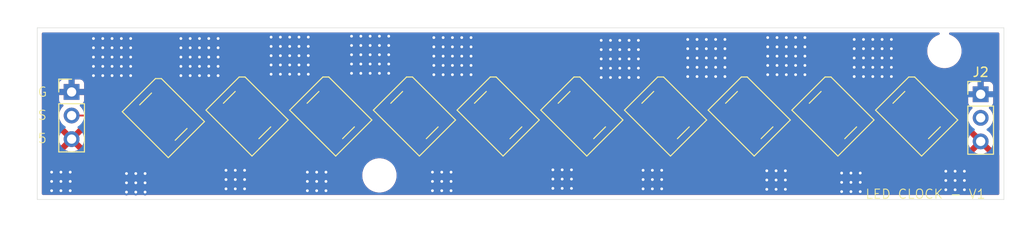
<source format=kicad_pcb>
(kicad_pcb (version 20241229) (generator "pcbnew") (generator_version "9.0")
  (layers (0 "F.Cu" signal) (2 "B.Cu" signal) (13 "F.Paste" user) (15 "B.Paste" user) (5 "F.SilkS" user "F.Silkscreen") (7 "B.SilkS" user "B.Silkscreen") (1 "F.Mask" user) (3 "B.Mask" user) (25 "Edge.Cuts" user))
  (net 0 "")
  (net 1 "Net-(D1-DIN)")
  (net 2 "Net-(D1-DOUT)")
  (net 3 "Net-(D2-DOUT)")
  (net 4 "Net-(D3-DOUT)")
  (net 5 "Net-(D4-DOUT)")
  (net 6 "Net-(D5-DOUT)")
  (net 7 "Net-(D6-DOUT)")
  (net 8 "Net-(D7-DOUT)")
  (net 9 "Net-(D8-DOUT)")
  (net 10 "Net-(D10-DIN)")
  (net 11 "GND")
  (net 12 "+5V")
  (net 13 "Net-(D10-DOUT)")
  (footprint "LED_SMD:LED_WS2812B_PLCC4_5.0x5.0mm_P3.2mm" (layer "F.Cu") (at 174.565686 97.399139 135)
    (property "Reference" "D9" (hide yes))
    (property "Value" "WS2812B" (hide yes))
    (fp_line (start 2.7 0.900001) (end 2.700001 -0.9) (stroke (width 0.12)) (layer "F.SilkS"))
    (fp_line (start 3.5 2.300001) (end 3.5 -2.75) (stroke (width 0.12)) (layer "F.SilkS"))
    (fp_line (start 3.05 2.75) (end 3.5 2.300001) (stroke (width 0.12)) (layer "F.SilkS"))
    (fp_line (start -3.5 -2.749999) (end 3.5 -2.75) (stroke (width 0.12)) (layer "F.SilkS"))
    (fp_line (start -3.5 -2.749999) (end -3.5 2.75) (stroke (width 0.12)) (layer "F.SilkS"))
    (fp_line (start -2.700001 0.9) (end -2.7 -0.900001) (stroke (width 0.12)) (layer "F.SilkS"))
    (fp_line (start -3.5 2.75) (end 3.05 2.75) (stroke (width 0.12)) (layer "F.SilkS"))
    (pad "1" smd roundrect (at -2.450001 -1.65 135) (size 1.5 0.9) (layers "F.Cu" "F.Mask" "F.Paste") (roundrect_rratio 0.1) (net 12 "+5V"))
    (pad "2" smd roundrect (at -2.45 1.65 135) (size 1.5 0.9) (layers "F.Cu" "F.Mask" "F.Paste") (roundrect_rratio 0.1) (net 10 "Net-(D10-DIN)"))
    (pad "3" smd roundrect (at 2.450001 1.65 135) (size 1.5 0.9) (layers "F.Cu" "F.Mask" "F.Paste") (roundrect_rratio 0.1) (net 11 "GND"))
    (pad "4" smd roundrect (at 2.45 -1.65 135) (size 1.5 0.9) (layers "F.Cu" "F.Mask" "F.Paste") (roundrect_rratio 0.1) (net 9 "Net-(D8-DOUT)"))
  )
  (footprint "LED_SMD:LED_WS2812B_PLCC4_5.0x5.0mm_P3.2mm" (layer "F.Cu") (at 111.565686 97.399139 135)
    (property "Reference" "D2" (hide yes))
    (property "Value" "WS2812B" (hide yes))
    (fp_line (start 2.7 0.900001) (end 2.700001 -0.9) (stroke (width 0.12)) (layer "F.SilkS"))
    (fp_line (start 3.5 2.300001) (end 3.5 -2.75) (stroke (width 0.12)) (layer "F.SilkS"))
    (fp_line (start 3.05 2.75) (end 3.5 2.300001) (stroke (width 0.12)) (layer "F.SilkS"))
    (fp_line (start -3.5 -2.749999) (end 3.5 -2.75) (stroke (width 0.12)) (layer "F.SilkS"))
    (fp_line (start -3.5 -2.749999) (end -3.5 2.75) (stroke (width 0.12)) (layer "F.SilkS"))
    (fp_line (start -2.700001 0.9) (end -2.7 -0.900001) (stroke (width 0.12)) (layer "F.SilkS"))
    (fp_line (start -3.5 2.75) (end 3.05 2.75) (stroke (width 0.12)) (layer "F.SilkS"))
    (pad "1" smd roundrect (at -2.450001 -1.65 135) (size 1.5 0.9) (layers "F.Cu" "F.Mask" "F.Paste") (roundrect_rratio 0.1) (net 12 "+5V"))
    (pad "2" smd roundrect (at -2.45 1.65 135) (size 1.5 0.9) (layers "F.Cu" "F.Mask" "F.Paste") (roundrect_rratio 0.1) (net 3 "Net-(D2-DOUT)"))
    (pad "3" smd roundrect (at 2.450001 1.65 135) (size 1.5 0.9) (layers "F.Cu" "F.Mask" "F.Paste") (roundrect_rratio 0.1) (net 11 "GND"))
    (pad "4" smd roundrect (at 2.45 -1.65 135) (size 1.5 0.9) (layers "F.Cu" "F.Mask" "F.Paste") (roundrect_rratio 0.1) (net 2 "Net-(D1-DOUT)"))
  )
  (footprint "LED_SMD:LED_WS2812B_PLCC4_5.0x5.0mm_P3.2mm" (layer "F.Cu") (at 120.565686 97.399139 135)
    (property "Reference" "D3" (hide yes))
    (property "Value" "WS2812B" (hide yes))
    (fp_line (start 2.7 0.900001) (end 2.700001 -0.9) (stroke (width 0.12)) (layer "F.SilkS"))
    (fp_line (start 3.5 2.300001) (end 3.5 -2.75) (stroke (width 0.12)) (layer "F.SilkS"))
    (fp_line (start 3.05 2.75) (end 3.5 2.300001) (stroke (width 0.12)) (layer "F.SilkS"))
    (fp_line (start -3.5 -2.749999) (end 3.5 -2.75) (stroke (width 0.12)) (layer "F.SilkS"))
    (fp_line (start -3.5 -2.749999) (end -3.5 2.75) (stroke (width 0.12)) (layer "F.SilkS"))
    (fp_line (start -2.700001 0.9) (end -2.7 -0.900001) (stroke (width 0.12)) (layer "F.SilkS"))
    (fp_line (start -3.5 2.75) (end 3.05 2.75) (stroke (width 0.12)) (layer "F.SilkS"))
    (pad "1" smd roundrect (at -2.450001 -1.65 135) (size 1.5 0.9) (layers "F.Cu" "F.Mask" "F.Paste") (roundrect_rratio 0.1) (net 12 "+5V"))
    (pad "2" smd roundrect (at -2.45 1.65 135) (size 1.5 0.9) (layers "F.Cu" "F.Mask" "F.Paste") (roundrect_rratio 0.1) (net 4 "Net-(D3-DOUT)"))
    (pad "3" smd roundrect (at 2.450001 1.65 135) (size 1.5 0.9) (layers "F.Cu" "F.Mask" "F.Paste") (roundrect_rratio 0.1) (net 11 "GND"))
    (pad "4" smd roundrect (at 2.45 -1.65 135) (size 1.5 0.9) (layers "F.Cu" "F.Mask" "F.Paste") (roundrect_rratio 0.1) (net 3 "Net-(D2-DOUT)"))
  )
  (footprint "Connector_PinHeader_2.54mm:PinHeader_1x03_P2.54mm_Vertical" (layer "F.Cu") (at 92.7 94.91)
    (property "Reference" "J1" (hide yes))
    (property "Value" "Conn_01x03" (hide yes))
    (fp_line (start -1.38 -1.38) (end 0 -1.38) (stroke (width 0.12)) (layer "F.SilkS"))
    (fp_line (start -1.38 0) (end -1.38 -1.38) (stroke (width 0.12)) (layer "F.SilkS"))
    (fp_line (start -1.38 1.27) (end -1.38 6.46) (stroke (width 0.12)) (layer "F.SilkS"))
    (fp_line (start -1.38 1.27) (end 1.38 1.27) (stroke (width 0.12)) (layer "F.SilkS"))
    (fp_line (start -1.38 6.46) (end 1.38 6.46) (stroke (width 0.12)) (layer "F.SilkS"))
    (fp_line (start 1.38 1.27) (end 1.38 6.46) (stroke (width 0.12)) (layer "F.SilkS"))
    (pad "1" thru_hole rect (at 0 0) (size 1.7 1.7) (drill 1) (layers "*.Cu" "*.Mask") (net 11 "GND"))
    (pad "2" thru_hole circle (at 0 2.54) (size 1.7 1.7) (drill 1) (layers "*.Cu" "*.Mask") (net 1 "Net-(D1-DIN)"))
    (pad "3" thru_hole circle (at 0 5.08) (size 1.7 1.7) (drill 1) (layers "*.Cu" "*.Mask") (net 12 "+5V"))
  )
  (footprint "MountingHole:MountingHole_3.2mm_M3" (layer "F.Cu") (at 186.55 90.5)
    (property "Reference" "H1" (hide yes))
    (property "Value" "MountingHole")
    (pad "" np_thru_hole circle (at 0 0) (size 3.2 3.2) (drill 3.2) (layers "*.Cu" "*.Mask"))
  )
  (footprint "LED_SMD:LED_WS2812B_PLCC4_5.0x5.0mm_P3.2mm" (layer "F.Cu") (at 129.565686 97.399139 135)
    (property "Reference" "D4" (hide yes))
    (property "Value" "WS2812B" (hide yes))
    (fp_line (start 2.7 0.900001) (end 2.700001 -0.9) (stroke (width 0.12)) (layer "F.SilkS"))
    (fp_line (start 3.5 2.300001) (end 3.5 -2.75) (stroke (width 0.12)) (layer "F.SilkS"))
    (fp_line (start 3.05 2.75) (end 3.5 2.300001) (stroke (width 0.12)) (layer "F.SilkS"))
    (fp_line (start -3.5 -2.749999) (end 3.5 -2.75) (stroke (width 0.12)) (layer "F.SilkS"))
    (fp_line (start -3.5 -2.749999) (end -3.5 2.75) (stroke (width 0.12)) (layer "F.SilkS"))
    (fp_line (start -2.700001 0.9) (end -2.7 -0.900001) (stroke (width 0.12)) (layer "F.SilkS"))
    (fp_line (start -3.5 2.75) (end 3.05 2.75) (stroke (width 0.12)) (layer "F.SilkS"))
    (pad "1" smd roundrect (at -2.450001 -1.65 135) (size 1.5 0.9) (layers "F.Cu" "F.Mask" "F.Paste") (roundrect_rratio 0.1) (net 12 "+5V"))
    (pad "2" smd roundrect (at -2.45 1.65 135) (size 1.5 0.9) (layers "F.Cu" "F.Mask" "F.Paste") (roundrect_rratio 0.1) (net 5 "Net-(D4-DOUT)"))
    (pad "3" smd roundrect (at 2.450001 1.65 135) (size 1.5 0.9) (layers "F.Cu" "F.Mask" "F.Paste") (roundrect_rratio 0.1) (net 11 "GND"))
    (pad "4" smd roundrect (at 2.45 -1.65 135) (size 1.5 0.9) (layers "F.Cu" "F.Mask" "F.Paste") (roundrect_rratio 0.1) (net 4 "Net-(D3-DOUT)"))
  )
  (footprint "LED_SMD:LED_WS2812B_PLCC4_5.0x5.0mm_P3.2mm" (layer "F.Cu") (at 147.565686 97.399139 135)
    (property "Reference" "D6" (hide yes))
    (property "Value" "WS2812B" (hide yes))
    (fp_line (start 2.7 0.900001) (end 2.700001 -0.9) (stroke (width 0.12)) (layer "F.SilkS"))
    (fp_line (start 3.5 2.300001) (end 3.5 -2.75) (stroke (width 0.12)) (layer "F.SilkS"))
    (fp_line (start 3.05 2.75) (end 3.5 2.300001) (stroke (width 0.12)) (layer "F.SilkS"))
    (fp_line (start -3.5 -2.749999) (end 3.5 -2.75) (stroke (width 0.12)) (layer "F.SilkS"))
    (fp_line (start -3.5 -2.749999) (end -3.5 2.75) (stroke (width 0.12)) (layer "F.SilkS"))
    (fp_line (start -2.700001 0.9) (end -2.7 -0.900001) (stroke (width 0.12)) (layer "F.SilkS"))
    (fp_line (start -3.5 2.75) (end 3.05 2.75) (stroke (width 0.12)) (layer "F.SilkS"))
    (pad "1" smd roundrect (at -2.450001 -1.65 135) (size 1.5 0.9) (layers "F.Cu" "F.Mask" "F.Paste") (roundrect_rratio 0.1) (net 12 "+5V"))
    (pad "2" smd roundrect (at -2.45 1.65 135) (size 1.5 0.9) (layers "F.Cu" "F.Mask" "F.Paste") (roundrect_rratio 0.1) (net 7 "Net-(D6-DOUT)"))
    (pad "3" smd roundrect (at 2.450001 1.65 135) (size 1.5 0.9) (layers "F.Cu" "F.Mask" "F.Paste") (roundrect_rratio 0.1) (net 11 "GND"))
    (pad "4" smd roundrect (at 2.45 -1.65 135) (size 1.5 0.9) (layers "F.Cu" "F.Mask" "F.Paste") (roundrect_rratio 0.1) (net 6 "Net-(D5-DOUT)"))
  )
  (footprint "LED_SMD:LED_WS2812B_PLCC4_5.0x5.0mm_P3.2mm" (layer "F.Cu") (at 102.565686 97.57 135)
    (property "Reference" "D1" (hide yes))
    (property "Value" "WS2812B" (hide yes))
    (fp_line (start 2.7 0.900001) (end 2.700001 -0.9) (stroke (width 0.12)) (layer "F.SilkS"))
    (fp_line (start 3.5 2.300001) (end 3.5 -2.75) (stroke (width 0.12)) (layer "F.SilkS"))
    (fp_line (start 3.05 2.75) (end 3.5 2.300001) (stroke (width 0.12)) (layer "F.SilkS"))
    (fp_line (start -3.5 -2.749999) (end 3.5 -2.75) (stroke (width 0.12)) (layer "F.SilkS"))
    (fp_line (start -3.5 -2.749999) (end -3.5 2.75) (stroke (width 0.12)) (layer "F.SilkS"))
    (fp_line (start -2.700001 0.9) (end -2.7 -0.900001) (stroke (width 0.12)) (layer "F.SilkS"))
    (fp_line (start -3.5 2.75) (end 3.05 2.75) (stroke (width 0.12)) (layer "F.SilkS"))
    (pad "1" smd roundrect (at -2.450001 -1.65 135) (size 1.5 0.9) (layers "F.Cu" "F.Mask" "F.Paste") (roundrect_rratio 0.1) (net 12 "+5V"))
    (pad "2" smd roundrect (at -2.45 1.65 135) (size 1.5 0.9) (layers "F.Cu" "F.Mask" "F.Paste") (roundrect_rratio 0.1) (net 2 "Net-(D1-DOUT)"))
    (pad "3" smd roundrect (at 2.450001 1.65 135) (size 1.5 0.9) (layers "F.Cu" "F.Mask" "F.Paste") (roundrect_rratio 0.1) (net 11 "GND"))
    (pad "4" smd roundrect (at 2.45 -1.65 135) (size 1.5 0.9) (layers "F.Cu" "F.Mask" "F.Paste") (roundrect_rratio 0.1) (net 1 "Net-(D1-DIN)"))
  )
  (footprint "LED_SMD:LED_WS2812B_PLCC4_5.0x5.0mm_P3.2mm" (layer "F.Cu") (at 165.565686 97.399139 135)
    (property "Reference" "D8" (hide yes))
    (property "Value" "WS2812B" (hide yes))
    (fp_line (start 2.7 0.900001) (end 2.700001 -0.9) (stroke (width 0.12)) (layer "F.SilkS"))
    (fp_line (start 3.5 2.300001) (end 3.5 -2.75) (stroke (width 0.12)) (layer "F.SilkS"))
    (fp_line (start 3.05 2.75) (end 3.5 2.300001) (stroke (width 0.12)) (layer "F.SilkS"))
    (fp_line (start -3.5 -2.749999) (end 3.5 -2.75) (stroke (width 0.12)) (layer "F.SilkS"))
    (fp_line (start -3.5 -2.749999) (end -3.5 2.75) (stroke (width 0.12)) (layer "F.SilkS"))
    (fp_line (start -2.700001 0.9) (end -2.7 -0.900001) (stroke (width 0.12)) (layer "F.SilkS"))
    (fp_line (start -3.5 2.75) (end 3.05 2.75) (stroke (width 0.12)) (layer "F.SilkS"))
    (pad "1" smd roundrect (at -2.450001 -1.65 135) (size 1.5 0.9) (layers "F.Cu" "F.Mask" "F.Paste") (roundrect_rratio 0.1) (net 12 "+5V"))
    (pad "2" smd roundrect (at -2.45 1.65 135) (size 1.5 0.9) (layers "F.Cu" "F.Mask" "F.Paste") (roundrect_rratio 0.1) (net 9 "Net-(D8-DOUT)"))
    (pad "3" smd roundrect (at 2.450001 1.65 135) (size 1.5 0.9) (layers "F.Cu" "F.Mask" "F.Paste") (roundrect_rratio 0.1) (net 11 "GND"))
    (pad "4" smd roundrect (at 2.45 -1.65 135) (size 1.5 0.9) (layers "F.Cu" "F.Mask" "F.Paste") (roundrect_rratio 0.1) (net 8 "Net-(D7-DOUT)"))
  )
  (footprint "MountingHole:MountingHole_3.2mm_M3" (layer "F.Cu") (at 125.8 103.9)
    (property "Reference" "H2" (hide yes))
    (property "Value" "MountingHole")
    (pad "" np_thru_hole circle (at 0 0) (size 3.2 3.2) (drill 3.2) (layers "*.Cu" "*.Mask"))
  )
  (footprint "LED_SMD:LED_WS2812B_PLCC4_5.0x5.0mm_P3.2mm" (layer "F.Cu") (at 138.565686 97.399139 135)
    (property "Reference" "D5" (hide yes))
    (property "Value" "WS2812B" (hide yes))
    (fp_line (start 2.7 0.900001) (end 2.700001 -0.9) (stroke (width 0.12)) (layer "F.SilkS"))
    (fp_line (start 3.5 2.300001) (end 3.5 -2.75) (stroke (width 0.12)) (layer "F.SilkS"))
    (fp_line (start 3.05 2.75) (end 3.5 2.300001) (stroke (width 0.12)) (layer "F.SilkS"))
    (fp_line (start -3.5 -2.749999) (end 3.5 -2.75) (stroke (width 0.12)) (layer "F.SilkS"))
    (fp_line (start -3.5 -2.749999) (end -3.5 2.75) (stroke (width 0.12)) (layer "F.SilkS"))
    (fp_line (start -2.700001 0.9) (end -2.7 -0.900001) (stroke (width 0.12)) (layer "F.SilkS"))
    (fp_line (start -3.5 2.75) (end 3.05 2.75) (stroke (width 0.12)) (layer "F.SilkS"))
    (pad "1" smd roundrect (at -2.450001 -1.65 135) (size 1.5 0.9) (layers "F.Cu" "F.Mask" "F.Paste") (roundrect_rratio 0.1) (net 12 "+5V"))
    (pad "2" smd roundrect (at -2.45 1.65 135) (size 1.5 0.9) (layers "F.Cu" "F.Mask" "F.Paste") (roundrect_rratio 0.1) (net 6 "Net-(D5-DOUT)"))
    (pad "3" smd roundrect (at 2.450001 1.65 135) (size 1.5 0.9) (layers "F.Cu" "F.Mask" "F.Paste") (roundrect_rratio 0.1) (net 11 "GND"))
    (pad "4" smd roundrect (at 2.45 -1.65 135) (size 1.5 0.9) (layers "F.Cu" "F.Mask" "F.Paste") (roundrect_rratio 0.1) (net 5 "Net-(D4-DOUT)"))
  )
  (footprint "LED_SMD:LED_WS2812B_PLCC4_5.0x5.0mm_P3.2mm" (layer "F.Cu") (at 156.565686 97.399139 135)
    (property "Reference" "D7" (hide yes))
    (property "Value" "WS2812B" (hide yes))
    (fp_line (start 2.7 0.900001) (end 2.700001 -0.9) (stroke (width 0.12)) (layer "F.SilkS"))
    (fp_line (start 3.5 2.300001) (end 3.5 -2.75) (stroke (width 0.12)) (layer "F.SilkS"))
    (fp_line (start 3.05 2.75) (end 3.5 2.300001) (stroke (width 0.12)) (layer "F.SilkS"))
    (fp_line (start -3.5 -2.749999) (end 3.5 -2.75) (stroke (width 0.12)) (layer "F.SilkS"))
    (fp_line (start -3.5 -2.749999) (end -3.5 2.75) (stroke (width 0.12)) (layer "F.SilkS"))
    (fp_line (start -2.700001 0.9) (end -2.7 -0.900001) (stroke (width 0.12)) (layer "F.SilkS"))
    (fp_line (start -3.5 2.75) (end 3.05 2.75) (stroke (width 0.12)) (layer "F.SilkS"))
    (pad "1" smd roundrect (at -2.450001 -1.65 135) (size 1.5 0.9) (layers "F.Cu" "F.Mask" "F.Paste") (roundrect_rratio 0.1) (net 12 "+5V"))
    (pad "2" smd roundrect (at -2.45 1.65 135) (size 1.5 0.9) (layers "F.Cu" "F.Mask" "F.Paste") (roundrect_rratio 0.1) (net 8 "Net-(D7-DOUT)"))
    (pad "3" smd roundrect (at 2.450001 1.65 135) (size 1.5 0.9) (layers "F.Cu" "F.Mask" "F.Paste") (roundrect_rratio 0.1) (net 11 "GND"))
    (pad "4" smd roundrect (at 2.45 -1.65 135) (size 1.5 0.9) (layers "F.Cu" "F.Mask" "F.Paste") (roundrect_rratio 0.1) (net 7 "Net-(D6-DOUT)"))
  )
  (footprint "LED_SMD:LED_WS2812B_PLCC4_5.0x5.0mm_P3.2mm" (layer "F.Cu") (at 183.565686 97.399139 135)
    (property "Reference" "D10" (hide yes))
    (property "Value" "WS2812B" (hide yes))
    (fp_line (start 2.7 0.900001) (end 2.700001 -0.9) (stroke (width 0.12)) (layer "F.SilkS"))
    (fp_line (start 3.5 2.300001) (end 3.5 -2.75) (stroke (width 0.12)) (layer "F.SilkS"))
    (fp_line (start 3.05 2.75) (end 3.5 2.300001) (stroke (width 0.12)) (layer "F.SilkS"))
    (fp_line (start -3.5 -2.749999) (end 3.5 -2.75) (stroke (width 0.12)) (layer "F.SilkS"))
    (fp_line (start -3.5 -2.749999) (end -3.5 2.75) (stroke (width 0.12)) (layer "F.SilkS"))
    (fp_line (start -2.700001 0.9) (end -2.7 -0.900001) (stroke (width 0.12)) (layer "F.SilkS"))
    (fp_line (start -3.5 2.75) (end 3.05 2.75) (stroke (width 0.12)) (layer "F.SilkS"))
    (pad "1" smd roundrect (at -2.450001 -1.65 135) (size 1.5 0.9) (layers "F.Cu" "F.Mask" "F.Paste") (roundrect_rratio 0.1) (net 12 "+5V"))
    (pad "2" smd roundrect (at -2.45 1.65 135) (size 1.5 0.9) (layers "F.Cu" "F.Mask" "F.Paste") (roundrect_rratio 0.1) (net 13 "Net-(D10-DOUT)"))
    (pad "3" smd roundrect (at 2.450001 1.65 135) (size 1.5 0.9) (layers "F.Cu" "F.Mask" "F.Paste") (roundrect_rratio 0.1) (net 11 "GND"))
    (pad "4" smd roundrect (at 2.45 -1.65 135) (size 1.5 0.9) (layers "F.Cu" "F.Mask" "F.Paste") (roundrect_rratio 0.1) (net 10 "Net-(D10-DIN)"))
  )
  (footprint "Connector_PinHeader_2.54mm:PinHeader_1x03_P2.54mm_Vertical" (layer "F.Cu") (at 190.45 95.16)
    (property "Reference" "J2" (at 0 -2.38 0) (layer "F.SilkS"))
    (property "Value" "Conn_01x03")
    (fp_line (start -1.38 -1.38) (end 0 -1.38) (stroke (width 0.12)) (layer "F.SilkS"))
    (fp_line (start -1.38 0) (end -1.38 -1.38) (stroke (width 0.12)) (layer "F.SilkS"))
    (fp_line (start -1.38 1.27) (end -1.38 6.46) (stroke (width 0.12)) (layer "F.SilkS"))
    (fp_line (start -1.38 1.27) (end 1.38 1.27) (stroke (width 0.12)) (layer "F.SilkS"))
    (fp_line (start -1.38 6.46) (end 1.38 6.46) (stroke (width 0.12)) (layer "F.SilkS"))
    (fp_line (start 1.38 1.27) (end 1.38 6.46) (stroke (width 0.12)) (layer "F.SilkS"))
    (pad "1" thru_hole rect (at 0 0) (size 1.7 1.7) (drill 1) (layers "*.Cu" "*.Mask") (net 11 "GND"))
    (pad "2" thru_hole circle (at 0 2.54) (size 1.7 1.7) (drill 1) (layers "*.Cu" "*.Mask") (net 13 "Net-(D10-DOUT)"))
    (pad "3" thru_hole circle (at 0 5.08) (size 1.7 1.7) (drill 1) (layers "*.Cu" "*.Mask") (net 12 "+5V"))
  )
  (gr_line (start 89 106.5) (end 192.95 106.5) (stroke (width 0.05)) (layer "Edge.Cuts"))
  (gr_line (start 192.95 88) (end 89 88) (stroke (width 0.05)) (layer "Edge.Cuts"))
  (gr_line (start 192.95 106.5) (end 192.95 88) (stroke (width 0.05)) (layer "Edge.Cuts"))
  (gr_line (start 89 88) (end 89 106.5) (stroke (width 0.05)) (layer "Edge.Cuts"))
  (gr_text "S" (at 89 98 0) (layer "F.SilkS") (effects (font (size 1 1) (thickness 0.1)) (justify left bottom)))
  (gr_text "LED CLOCK - V1" (at 178 106.5 0) (layer "F.SilkS") (effects (font (size 1 1) (thickness 0.1)) (justify left bottom)))
  (gr_text "5" (at 89 100.5 0) (layer "F.SilkS") (effects (font (size 1 1) (thickness 0.1)) (justify left bottom)))
  (gr_text "G" (at 89 95.5 0) (layer "F.SilkS") (effects (font (size 1 1) (thickness 0.1)) (justify left bottom)))
  (segment (start 92.7 97.45) (end 99.220863 97.45) (width 0.2) (layer "F.Cu") (net 1))
  (segment (start 99.220863 97.45) (end 99.666548 97.004315) (width 0.2) (layer "F.Cu") (net 1))
  (segment (start 107.364317 98.135685) (end 108.666548 96.833454) (width 0.2) (layer "F.Cu") (net 2))
  (segment (start 105.464824 98.135685) (end 107.364317 98.135685) (width 0.2) (layer "F.Cu") (net 2))
  (segment (start 116.535178 97.964824) (end 117.666548 96.833454) (width 0.2) (layer "F.Cu") (net 3))
  (segment (start 114.464824 97.964824) (end 116.535178 97.964824) (width 0.2) (layer "F.Cu") (net 3))
  (segment (start 123.464824 97.964824) (end 125.535178 97.964824) (width 0.2) (layer "F.Cu") (net 4))
  (segment (start 125.535178 97.964824) (end 126.666548 96.833454) (width 0.2) (layer "F.Cu") (net 4))
  (segment (start 132.464824 97.964824) (end 134.535178 97.964824) (width 0.2) (layer "F.Cu") (net 5))
  (segment (start 134.535178 97.964824) (end 135.666548 96.833454) (width 0.2) (layer "F.Cu") (net 5))
  (segment (start 141.464824 97.964824) (end 143.535178 97.964824) (width 0.2) (layer "F.Cu") (net 6))
  (segment (start 143.535178 97.964824) (end 144.666548 96.833454) (width 0.2) (layer "F.Cu") (net 6))
  (segment (start 150.464824 97.964824) (end 152.535178 97.964824) (width 0.2) (layer "F.Cu") (net 7))
  (segment (start 152.535178 97.964824) (end 153.666548 96.833454) (width 0.2) (layer "F.Cu") (net 7))
  (segment (start 161.535178 97.964824) (end 162.666548 96.833454) (width 0.2) (layer "F.Cu") (net 8))
  (segment (start 159.464824 97.964824) (end 161.535178 97.964824) (width 0.2) (layer "F.Cu") (net 8))
  (segment (start 168.464824 97.964824) (end 170.535178 97.964824) (width 0.2) (layer "F.Cu") (net 9))
  (segment (start 170.535178 97.964824) (end 171.666548 96.833454) (width 0.2) (layer "F.Cu") (net 9))
  (segment (start 179.535178 97.964824) (end 180.666548 96.833454) (width 0.2) (layer "F.Cu") (net 10))
  (segment (start 177.464824 97.964824) (end 179.535178 97.964824) (width 0.2) (layer "F.Cu") (net 10))
  (segment (start 93 95) (end 93.329139 94.670861) (width 0.2) (layer "F.Cu") (net 11))
  (segment (start 92.91 94.91) (end 93 95) (width 0.2) (layer "F.Cu") (net 11))
  (segment (start 92.7 94.91) (end 92.91 94.91) (width 0.2) (layer "F.Cu") (net 11))
  (via (at 177.5 103.65) (size 0.7) (drill 0.3) (layers "F.Cu" "B.Cu") (net 11))
  (via (at 97.05 92.15) (size 0.7) (drill 0.3) (layers "F.Cu" "B.Cu") (net 11))
  (via (at 106.45 91.15) (size 0.7) (drill 0.3) (layers "F.Cu" "B.Cu") (net 11))
  (via (at 99.05 93.15) (size 0.7) (drill 0.3) (layers "F.Cu" "B.Cu") (net 11))
  (via (at 99.6 105.7) (size 0.7) (drill 0.3) (layers "F.Cu" "B.Cu") (net 11))
  (via (at 153.644349 90.35) (size 0.7) (drill 0.3) (layers "F.Cu" "B.Cu") (net 11))
  (via (at 111.3 103.35) (size 0.7) (drill 0.3) (layers "F.Cu" "B.Cu") (net 11))
  (via (at 109.3 104.35) (size 0.7) (drill 0.3) (layers "F.Cu" "B.Cu") (net 11))
  (via (at 106.45 92.15) (size 0.7) (drill 0.3) (layers "F.Cu" "B.Cu") (net 11))
  (via (at 99.05 89.15) (size 0.7) (drill 0.3) (layers "F.Cu" "B.Cu") (net 11))
  (via (at 134.65 89.05) (size 0.7) (drill 0.3) (layers "F.Cu" "B.Cu") (net 11))
  (via (at 117.15 91) (size 0.7) (drill 0.3) (layers "F.Cu" "B.Cu") (net 11))
  (via (at 150.644349 93.35) (size 0.7) (drill 0.3) (layers "F.Cu" "B.Cu") (net 11))
  (via (at 169.45 104.4) (size 0.7) (drill 0.3) (layers "F.Cu" "B.Cu") (net 11))
  (via (at 134.65 90.05) (size 0.7) (drill 0.3) (layers "F.Cu" "B.Cu") (net 11))
  (via (at 96.05 90.15) (size 0.7) (drill 0.3) (layers "F.Cu" "B.Cu") (net 11))
  (via (at 149.644349 91.35) (size 0.7) (drill 0.3) (layers "F.Cu" "B.Cu") (net 11))
  (via (at 132.65 92.05) (size 0.7) (drill 0.3) (layers "F.Cu" "B.Cu") (net 11))
  (via (at 135.65 89.05) (size 0.7) (drill 0.3) (layers "F.Cu" "B.Cu") (net 11))
  (via (at 99.05 90.15) (size 0.7) (drill 0.3) (layers "F.Cu" "B.Cu") (net 11))
  (via (at 177.85 93.25) (size 0.7) (drill 0.3) (layers "F.Cu" "B.Cu") (net 11))
  (via (at 176.85 90.25) (size 0.7) (drill 0.3) (layers "F.Cu" "B.Cu") (net 11))
  (via (at 108.45 91.15) (size 0.7) (drill 0.3) (layers "F.Cu" "B.Cu") (net 11))
  (via (at 156.15 105.35) (size 0.7) (drill 0.3) (layers "F.Cu" "B.Cu") (net 11))
  (via (at 98.05 93.15) (size 0.7) (drill 0.3) (layers "F.Cu" "B.Cu") (net 11))
  (via (at 152.644349 90.35) (size 0.7) (drill 0.3) (layers "F.Cu" "B.Cu") (net 11))
  (via (at 119.05 104.55) (size 0.7) (drill 0.3) (layers "F.Cu" "B.Cu") (net 11))
  (via (at 117.15 89) (size 0.7) (drill 0.3) (layers "F.Cu" "B.Cu") (net 11))
  (via (at 91.55 103.55) (size 0.7) (drill 0.3) (layers "F.Cu" "B.Cu") (net 11))
  (via (at 179.85 91.25) (size 0.7) (drill 0.3) (layers "F.Cu" "B.Cu") (net 11))
  (via (at 162.95 93.25) (size 0.7) (drill 0.3) (layers "F.Cu" "B.Cu") (net 11))
  (via (at 150.644349 89.35) (size 0.7) (drill 0.3) (layers "F.Cu" "B.Cu") (net 11))
  (via (at 156.15 104.35) (size 0.7) (drill 0.3) (layers "F.Cu" "B.Cu") (net 11))
  (via (at 177.5 104.65) (size 0.7) (drill 0.3) (layers "F.Cu" "B.Cu") (net 11))
  (via (at 96.05 89.15) (size 0.7) (drill 0.3) (layers "F.Cu" "B.Cu") (net 11))
  (via (at 170.55 89.05) (size 0.7) (drill 0.3) (layers "F.Cu" "B.Cu") (net 11))
  (via (at 132.5 103.55) (size 0.7) (drill 0.3) (layers "F.Cu" "B.Cu") (net 11))
  (via (at 144.45 104.3) (size 0.7) (drill 0.3) (layers "F.Cu" "B.Cu") (net 11))
  (via (at 180.85 92.25) (size 0.7) (drill 0.3) (layers "F.Cu" "B.Cu") (net 11))
  (via (at 176.85 89.25) (size 0.7) (drill 0.3) (layers "F.Cu" "B.Cu") (net 11))
  (via (at 132.65 89.05) (size 0.7) (drill 0.3) (layers "F.Cu" "B.Cu") (net 11))
  (via (at 161.95 93.25) (size 0.7) (drill 0.3) (layers "F.Cu" "B.Cu") (net 11))
  (via (at 109.3 105.35) (size 0.7) (drill 0.3) (layers "F.Cu" "B.Cu") (net 11))
  (via (at 110.3 104.35) (size 0.7) (drill 0.3) (layers "F.Cu" "B.Cu") (net 11))
  (via (at 179.85 93.25) (size 0.7) (drill 0.3) (layers "F.Cu" "B.Cu") (net 11))
  (via (at 105.45 92.15) (size 0.7) (drill 0.3) (layers "F.Cu" "B.Cu") (net 11))
  (via (at 186.7 103.45) (size 0.7) (drill 0.3) (layers "F.Cu" "B.Cu") (net 11))
  (via (at 124.8 91.9) (size 0.7) (drill 0.3) (layers "F.Cu" "B.Cu") (net 11))
  (via (at 167.45 105.4) (size 0.7) (drill 0.3) (layers "F.Cu" "B.Cu") (net 11))
  (via (at 151.644349 90.35) (size 0.7) (drill 0.3) (layers "F.Cu" "B.Cu") (net 11))
  (via (at 104.45 89.15) (size 0.7) (drill 0.3) (layers "F.Cu" "B.Cu") (net 11))
  (via (at 131.65 92.05) (size 0.7) (drill 0.3) (layers "F.Cu" "B.Cu") (net 11))
  (via (at 91.55 105.55) (size 0.7) (drill 0.3) (layers "F.Cu" "B.Cu") (net 11))
  (via (at 100.6 103.7) (size 0.7) (drill 0.3) (layers "F.Cu" "B.Cu") (net 11))
  (via (at 187.7 105.45) (size 0.7) (drill 0.3) (layers "F.Cu" "B.Cu") (net 11))
  (via (at 105.45 91.15) (size 0.7) (drill 0.3) (layers "F.Cu" "B.Cu") (net 11))
  (via (at 122.8 92.9) (size 0.7) (drill 0.3) (layers "F.Cu" "B.Cu") (net 11))
  (via (at 96.05 91.15) (size 0.7) (drill 0.3) (layers "F.Cu" "B.Cu") (net 11))
  (via (at 123.8 90.9) (size 0.7) (drill 0.3) (layers "F.Cu" "B.Cu") (net 11))
  (via (at 152.644349 89.35) (size 0.7) (drill 0.3) (layers "F.Cu" "B.Cu") (net 11))
  (via (at 178.85 90.25) (size 0.7) (drill 0.3) (layers "F.Cu" "B.Cu") (net 11))
  (via (at 171.55 92.05) (size 0.7) (drill 0.3) (layers "F.Cu" "B.Cu") (net 11))
  (via (at 117.15 93) (size 0.7) (drill 0.3) (layers "F.Cu" "B.Cu") (net 11))
  (via (at 149.644349 93.35) (size 0.7) (drill 0.3) (layers "F.Cu" "B.Cu") (net 11))
  (via (at 162.95 92.25) (size 0.7) (drill 0.3) (layers "F.Cu" "B.Cu") (net 11))
  (via (at 98.05 89.15) (size 0.7) (drill 0.3) (layers "F.Cu" "B.Cu") (net 11))
  (via (at 176.85 91.25) (size 0.7) (drill 0.3) (layers "F.Cu" "B.Cu") (net 11))
  (via (at 179.85 92.25) (size 0.7) (drill 0.3) (layers "F.Cu" "B.Cu") (net 11))
  (via (at 115.15 90) (size 0.7) (drill 0.3) (layers "F.Cu" "B.Cu") (net 11))
  (via (at 118.15 89) (size 0.7) (drill 0.3) (layers "F.Cu" "B.Cu") (net 11))
  (via (at 161.95 92.25) (size 0.7) (drill 0.3) (layers "F.Cu" "B.Cu") (net 11))
  (via (at 132.5 104.55) (size 0.7) (drill 0.3) (layers "F.Cu" "B.Cu") (net 11))
  (via (at 125.8 90.9) (size 0.7) (drill 0.3) (layers "F.Cu" "B.Cu") (net 11))
  (via (at 125.8 91.9) (size 0.7) (drill 0.3) (layers "F.Cu" "B.Cu") (net 11))
  (via (at 154.15 103.35) (size 0.7) (drill 0.3) (layers "F.Cu" "B.Cu") (net 11))
  (via (at 118.15 91) (size 0.7) (drill 0.3) (layers "F.Cu" "B.Cu") (net 11))
  (via (at 119.05 105.55) (size 0.7) (drill 0.3) (layers "F.Cu" "B.Cu") (net 11))
  (via (at 144.45 105.3) (size 0.7) (drill 0.3) (layers "F.Cu" "B.Cu") (net 11))
  (via (at 98.05 92.15) (size 0.7) (drill 0.3) (layers "F.Cu" "B.Cu") (net 11))
  (via (at 167.45 104.4) (size 0.7) (drill 0.3) (layers "F.Cu" "B.Cu") (net 11))
  (via (at 180.85 93.25) (size 0.7) (drill 0.3) (layers "F.Cu" "B.Cu") (net 11))
  (via (at 131.65 91.05) (size 0.7) (drill 0.3) (layers "F.Cu" "B.Cu") (net 11))
  (via (at 132.5 105.55) (size 0.7) (drill 0.3) (layers "F.Cu" "B.Cu") (net 11))
  (via (at 108.45 92.15) (size 0.7) (drill 0.3) (layers "F.Cu" "B.Cu") (net 11))
  (via (at 90.55 105.55) (size 0.7) (drill 0.3) (layers "F.Cu" "B.Cu") (net 11))
  (via (at 150.644349 91.35) (size 0.7) (drill 0.3) (layers "F.Cu" "B.Cu") (net 11))
  (via (at 146.45 103.3) (size 0.7) (drill 0.3) (layers "F.Cu" "B.Cu") (net 11))
  (via (at 155.15 103.35) (size 0.7) (drill 0.3) (layers "F.Cu" "B.Cu") (net 11))
  (via (at 98.05 90.15) (size 0.7) (drill 0.3) (layers "F.Cu" "B.Cu") (net 11))
  (via (at 120.05 105.55) (size 0.7) (drill 0.3) (layers "F.Cu" "B.Cu") (net 11))
  (via (at 144.45 103.3) (size 0.7) (drill 0.3) (layers "F.Cu" "B.Cu") (net 11))
  (via (at 131.65 89.05) (size 0.7) (drill 0.3) (layers "F.Cu" "B.Cu") (net 11))
  (via (at 170.55 90.05) (size 0.7) (drill 0.3) (layers "F.Cu" "B.Cu") (net 11))
  (via (at 178.85 91.25) (size 0.7) (drill 0.3) (layers "F.Cu" "B.Cu") (net 11))
  (via (at 169.55 92.05) (size 0.7) (drill 0.3) (layers "F.Cu" "B.Cu") (net 11))
  (via (at 96.05 93.15) (size 0.7) (drill 0.3) (layers "F.Cu" "B.Cu") (net 11))
  (via (at 176.85 93.25) (size 0.7) (drill 0.3) (layers "F.Cu" "B.Cu") (net 11))
  (via (at 111.3 104.35) (size 0.7) (drill 0.3) (layers "F.Cu" "B.Cu") (net 11))
  (via (at 160.95 90.25) (size 0.7) (drill 0.3) (layers "F.Cu" "B.Cu") (net 11))
  (via (at 104.45 92.15) (size 0.7) (drill 0.3) (layers "F.Cu" "B.Cu") (net 11))
  (via (at 131.5 103.55) (size 0.7) (drill 0.3) (layers "F.Cu" "B.Cu") (net 11))
  (via (at 158.95 92.25) (size 0.7) (drill 0.3) (layers "F.Cu" "B.Cu") (net 11))
  (via (at 178.85 92.25) (size 0.7) (drill 0.3) (layers "F.Cu" "B.Cu") (net 11))
  (via (at 133.5 104.55) (size 0.7) (drill 0.3) (layers "F.Cu" "B.Cu") (net 11))
  (via (at 162.95 91.25) (size 0.7) (drill 0.3) (layers "F.Cu" "B.Cu") (net 11))
  (via (at 92.55 104.55) (size 0.7) (drill 0.3) (layers "F.Cu" "B.Cu") (net 11))
  (via (at 167.55 92.05) (size 0.7) (drill 0.3) (layers "F.Cu" "B.Cu") (net 11))
  (via (at 115.15 91) (size 0.7) (drill 0.3) (layers "F.Cu" "B.Cu") (net 11))
  (via (at 98.6 104.7) (size 0.7) (drill 0.3) (layers "F.Cu" "B.Cu") (net 11))
  (via (at 114.15 90) (size 0.7) (drill 0.3) (layers "F.Cu" "B.Cu") (net 11))
  (via (at 110.3 105.35) (size 0.7) (drill 0.3) (layers "F.Cu" "B.Cu") (net 11))
  (via (at 145.45 103.3) (size 0.7) (drill 0.3) (layers "F.Cu" "B.Cu") (net 11))
  (via (at 135.65 91.05) (size 0.7) (drill 0.3) (layers "F.Cu" "B.Cu") (net 11))
  (via (at 118.05 104.55) (size 0.7) (drill 0.3) (layers "F.Cu" "B.Cu") (net 11))
  (via (at 124.8 92.9) (size 0.7) (drill 0.3) (layers "F.Cu" "B.Cu") (net 11))
  (via (at 114.15 89) (size 0.7) (drill 0.3) (layers "F.Cu" "B.Cu") (net 11))
  (via (at 117.15 92) (size 0.7) (drill 0.3) (layers "F.Cu" "B.Cu") (net 11))
  (via (at 109.3 103.35) (size 0.7) (drill 0.3) (layers "F.Cu" "B.Cu") (net 11))
  (via (at 186.7 105.45) (size 0.7) (drill 0.3) (layers "F.Cu" "B.Cu") (net 11))
  (via (at 169.55 93.05) (size 0.7) (drill 0.3) (layers "F.Cu" "B.Cu") (net 11))
  (via (at 168.45 103.4) (size 0.7) (drill 0.3) (layers "F.Cu" "B.Cu") (net 11))
  (via (at 133.65 92.05) (size 0.7) (drill 0.3) (layers "F.Cu" "B.Cu") (net 11))
  (via (at 134.65 93.05) (size 0.7) (drill 0.3) (layers "F.Cu" "B.Cu") (net 11))
  (via (at 178.85 93.25) (size 0.7) (drill 0.3) (layers "F.Cu" "B.Cu") (net 11))
  (via (at 105.45 89.15) (size 0.7) (drill 0.3) (layers "F.Cu" "B.Cu") (net 11))
  (via (at 156.15 103.35) (size 0.7) (drill 0.3) (layers "F.Cu" "B.Cu") (net 11))
  (via (at 167.55 91.05) (size 0.7) (drill 0.3) (layers "F.Cu" "B.Cu") (net 11))
  (via (at 160.95 92.25) (size 0.7) (drill 0.3) (layers "F.Cu" "B.Cu") (net 11))
  (via (at 131.5 105.55) (size 0.7) (drill 0.3) (layers "F.Cu" "B.Cu") (net 11))
  (via (at 126.8 92.9) (size 0.7) (drill 0.3) (layers "F.Cu" "B.Cu") (net 11))
  (via (at 99.05 91.15) (size 0.7) (drill 0.3) (layers "F.Cu" "B.Cu") (net 11))
  (via (at 115.15 93) (size 0.7) (drill 0.3) (layers "F.Cu" "B.Cu") (net 11))
  (via (at 104.45 93.15) (size 0.7) (drill 0.3) (layers "F.Cu" "B.Cu") (net 11))
  (via (at 153.644349 92.35) (size 0.7) (drill 0.3) (layers "F.Cu" "B.Cu") (net 11))
  (via (at 171.55 93.05) (size 0.7) (drill 0.3) (layers "F.Cu" "B.Cu") (net 11))
  (via (at 171.55 89.05) (size 0.7) (drill 0.3) (layers "F.Cu" "B.Cu") (net 11))
  (via (at 107.45 89.15) (size 0.7) (drill 0.3) (layers "F.Cu" "B.Cu") (net 11))
  (via (at 151.644349 93.35) (size 0.7) (drill 0.3) (layers "F.Cu" "B.Cu") (net 11))
  (via (at 150.644349 90.35) (size 0.7) (drill 0.3) (layers "F.Cu" "B.Cu") (net 11))
  (via (at 95.05 93.15) (size 0.7) (drill 0.3) (layers "F.Cu" "B.Cu") (net 11))
  (via (at 116.15 93) (size 0.7) (drill 0.3) (layers "F.Cu" "B.Cu") (net 11))
  (via (at 100.6 105.7) (size 0.7) (drill 0.3) (layers "F.Cu" "B.Cu") (net 11))
  (via (at 114.15 92) (size 0.7) (drill 0.3) (layers "F.Cu" "B.Cu") (net 11))
  (via (at 177.85 89.25) (size 0.7) (drill 0.3) (layers "F.Cu" "B.Cu") (net 11))
  (via (at 107.45 93.15) (size 0.7) (drill 0.3) (layers "F.Cu" "B.Cu") (net 11))
  (via (at 160.95 91.25) (size 0.7) (drill 0.3) (layers "F.Cu" "B.Cu") (net 11))
  (via (at 152.644349 93.35) (size 0.7) (drill 0.3) (layers "F.Cu" "B.Cu") (net 11))
  (via (at 154.15 104.35) (size 0.7) (drill 0.3) (layers "F.Cu" "B.Cu") (net 11))
  (via (at 186.7 104.45) (size 0.7) (drill 0.3) (layers "F.Cu" "B.Cu") (net 11))
  (via (at 106.45 89.15) (size 0.7) (drill 0.3) (layers "F.Cu" "B.Cu") (net 11))
  (via (at 146.45 105.3) (size 0.7) (drill 0.3) (layers "F.Cu" "B.Cu") (net 11))
  (via (at 133.65 93.05) (size 0.7) (drill 0.3) (layers "F.Cu" "B.Cu") (net 11))
  (via (at 100.6 104.7) (size 0.7) (drill 0.3) (layers "F.Cu" "B.Cu") (net 11))
  (via (at 179.85 89.25) (size 0.7) (drill 0.3) (layers "F.Cu" "B.Cu") (net 11))
  (via (at 115.15 92) (size 0.7) (drill 0.3) (layers "F.Cu" "B.Cu") (net 11))
  (via (at 124.8 89.9) (size 0.7) (drill 0.3) (layers "F.Cu" "B.Cu") (net 11))
  (via (at 105.45 90.15) (size 0.7) (drill 0.3) (layers "F.Cu" "B.Cu") (net 11))
  (via (at 104.45 90.15) (size 0.7) (drill 0.3) (layers "F.Cu" "B.Cu") (net 11))
  (via (at 145.45 104.3) (size 0.7) (drill 0.3) (layers "F.Cu" "B.Cu") (net 11))
  (via (at 111.3 105.35) (size 0.7) (drill 0.3) (layers "F.Cu" "B.Cu") (net 11))
  (via (at 154.15 105.35) (size 0.7) (drill 0.3) (layers "F.Cu" "B.Cu") (net 11))
  (via (at 145.45 105.3) (size 0.7) (drill 0.3) (layers "F.Cu" "B.Cu") (net 11))
  (via (at 98.6 103.7) (size 0.7) (drill 0.3) (layers "F.Cu" "B.Cu") (net 11))
  (via (at 133.5 105.55) (size 0.7) (drill 0.3) (layers "F.Cu" "B.Cu") (net 11))
  (via (at 97.05 93.15) (size 0.7) (drill 0.3) (layers "F.Cu" "B.Cu") (net 11))
  (via (at 119.05 103.55) (size 0.7) (drill 0.3) (layers "F.Cu" "B.Cu") (net 11))
  (via (at 175.5 103.65) (size 0.7) (drill 0.3) (layers "F.Cu" "B.Cu") (net 11))
  (via (at 168.45 105.4) (size 0.7) (drill 0.3) (layers "F.Cu" "B.Cu") (net 11))
  (via (at 146.45 104.3) (size 0.7) (drill 0.3) (layers "F.Cu" "B.Cu") (net 11))
  (via (at 158.95 89.25) (size 0.7) (drill 0.3) (layers "F.Cu" "B.Cu") (net 11))
  (via (at 188.7 103.45) (size 0.7) (drill 0.3) (layers "F.Cu" "B.Cu") (net 11))
  (via (at 149.644349 90.35) (size 0.7) (drill 0.3) (layers "F.Cu" "B.Cu") (net 11))
  (via (at 122.8 89.9) (size 0.7) (drill 0.3) (layers "F.Cu" "B.Cu") (net 11))
  (via (at 123.8 91.9) (size 0.7) (drill 0.3) (layers "F.Cu" "B.Cu") (net 11))
  (via (at 160.95 89.25) (size 0.7) (drill 0.3) (layers "F.Cu" "B.Cu") (net 11))
  (via (at 151.644349 91.35) (size 0.7) (drill 0.3) (layers "F.Cu" "B.Cu") (net 11))
  (via (at 107.45 92.15) (size 0.7) (drill 0.3) (layers "F.Cu" "B.Cu") (net 11))
  (via (at 153.644349 93.35) (size 0.7) (drill 0.3) (layers "F.Cu" "B.Cu") (net 11))
  (via (at 152.644349 92.35) (size 0.7) (drill 0.3) (layers "F.Cu" "B.Cu") (net 11))
  (via (at 97.05 89.15) (size 0.7) (drill 0.3) (layers "F.Cu" "B.Cu") (net 11))
  (via (at 177.85 90.25) (size 0.7) (drill 0.3) (layers "F.Cu" "B.Cu") (net 11))
  (via (at 176.85 92.25) (size 0.7) (drill 0.3) (layers "F.Cu" "B.Cu") (net 11))
  (via (at 167.55 93.05) (size 0.7) (drill 0.3) (layers "F.Cu" "B.Cu") (net 11))
  (via (at 95.05 92.15) (size 0.7) (drill 0.3) (layers "F.Cu" "B.Cu") (net 11))
  (via (at 95.05 90.15) (size 0.7) (drill 0.3) (layers "F.Cu" "B.Cu") (net 11))
  (via (at 90.55 103.55) (size 0.7) (drill 0.3) (layers "F.Cu" "B.Cu") (net 11))
  (via (at 180.85 89.25) (size 0.7) (drill 0.3) (layers "F.Cu" "B.Cu") (net 11))
  (via (at 114.15 91) (size 0.7) (drill 0.3) (layers "F.Cu" "B.Cu") (net 11))
  (via (at 161.95 90.25) (size 0.7) (drill 0.3) (layers "F.Cu" "B.Cu") (net 11))
  (via (at 118.15 90) (size 0.7) (drill 0.3) (layers "F.Cu" "B.Cu") (net 11))
  (via (at 95.05 89.15) (size 0.7) (drill 0.3) (layers "F.Cu" "B.Cu") (net 11))
  (via (at 123.8 88.9) (size 0.7) (drill 0.3) (layers "F.Cu" "B.Cu") (net 11))
  (via (at 97.05 91.15) (size 0.7) (drill 0.3) (layers "F.Cu" "B.Cu") (net 11))
  (via (at 116.15 89) (size 0.7) (drill 0.3) (layers "F.Cu" "B.Cu") (net 11))
  (via (at 108.45 89.15) (size 0.7) (drill 0.3) (layers "F.Cu" "B.Cu") (net 11))
  (via (at 168.55 93.05) (size 0.7) (drill 0.3) (layers "F.Cu" "B.Cu") (net 11))
  (via (at 159.95 92.25) (size 0.7) (drill 0.3) (layers "F.Cu" "B.Cu") (net 11))
  (via (at 108.45 90.15) (size 0.7) (drill 0.3) (layers "F.Cu" "B.Cu") (net 11))
  (via (at 132.65 91.05) (size 0.7) (drill 0.3) (layers "F.Cu" "B.Cu") (net 11))
  (via (at 133.5 103.55) (size 0.7) (drill 0.3) (layers "F.Cu" "B.Cu") (net 11))
  (via (at 149.644349 92.35) (size 0.7) (drill 0.3) (layers "F.Cu" "B.Cu") (net 11))
  (via (at 188.7 105.45) (size 0.7) (drill 0.3) (layers "F.Cu" "B.Cu") (net 11))
  (via (at 167.55 90.05) (size 0.7) (drill 0.3) (layers "F.Cu" "B.Cu") (net 11))
  (via (at 180.85 91.25) (size 0.7) (drill 0.3) (layers "F.Cu" "B.Cu") (net 11))
  (via (at 116.15 92) (size 0.7) (drill 0.3) (layers "F.Cu" "B.Cu") (net 11))
  (via (at 92.55 105.55) (size 0.7) (drill 0.3) (layers "F.Cu" "B.Cu") (net 11))
  (via (at 99.6 103.7) (size 0.7) (drill 0.3) (layers "F.Cu" "B.Cu") (net 11))
  (via (at 161.95 89.25) (size 0.7) (drill 0.3) (layers "F.Cu" "B.Cu") (net 11))
  (via (at 120.05 104.55) (size 0.7) (drill 0.3) (layers "F.Cu" "B.Cu") (net 11))
  (via (at 126.8 89.9) (size 0.7) (drill 0.3) (layers "F.Cu" "B.Cu") (net 11))
  (via (at 108.45 93.15) (size 0.7) (drill 0.3) (layers "F.Cu" "B.Cu") (net 11))
  (via (at 99.05 92.15) (size 0.7) (drill 0.3) (layers "F.Cu" "B.Cu") (net 11))
  (via (at 120.05 103.55) (size 0.7) (drill 0.3) (layers "F.Cu" "B.Cu") (net 11))
  (via (at 153.644349 89.35) (size 0.7) (drill 0.3) (layers "F.Cu" "B.Cu") (net 11))
  (via (at 155.15 105.35) (size 0.7) (drill 0.3) (layers "F.Cu" "B.Cu") (net 11))
  (via (at 122.8 91.9) (size 0.7) (drill 0.3) (layers "F.Cu" "B.Cu") (net 11))
  (via (at 177.85 91.25) (size 0.7) (drill 0.3) (layers "F.Cu" "B.Cu") (net 11))
  (via (at 155.15 104.35) (size 0.7) (drill 0.3) (layers "F.Cu" "B.Cu") (net 11))
  (via (at 169.45 103.4) (size 0.7) (drill 0.3) (layers "F.Cu" "B.Cu") (net 11))
  (via (at 149.644349 89.35) (size 0.7) (drill 0.3) (layers "F.Cu" "B.Cu") (net 11))
  (via (at 170.55 93.05) (size 0.7) (drill 0.3) (layers "F.Cu" "B.Cu") (net 11))
  (via (at 167.45 103.4) (size 0.7) (drill 0.3) (layers "F.Cu" "B.Cu") (net 11))
  (via (at 168.55 92.05) (size 0.7) (drill 0.3) (layers "F.Cu" "B.Cu") (net 11))
  (via (at 188.7 104.45) (size 0.7) (drill 0.3) (layers "F.Cu" "B.Cu") (net 11))
  (via (at 125.8 89.9) (size 0.7) (drill 0.3) (layers "F.Cu" "B.Cu") (net 11))
  (via (at 179.85 90.25) (size 0.7) (drill 0.3) (layers "F.Cu" "B.Cu") (net 11))
  (via (at 159.95 91.25) (size 0.7) (drill 0.3) (layers "F.Cu" "B.Cu") (net 11))
  (via (at 118.05 103.55) (size 0.7) (drill 0.3) (layers "F.Cu" "B.Cu") (net 11))
  (via (at 180.85 90.25) (size 0.7) (drill 0.3) (layers "F.Cu" "B.Cu") (net 11))
  (via (at 114.15 93) (size 0.7) (drill 0.3) (layers "F.Cu" "B.Cu") (net 11))
  (via (at 106.45 90.15) (size 0.7) (drill 0.3) (layers "F.Cu" "B.Cu") (net 11))
  (via (at 123.8 89.9) (size 0.7) (drill 0.3) (layers "F.Cu" "B.Cu") (net 11))
  (via (at 176.5 103.65) (size 0.7) (drill 0.3) (layers "F.Cu" "B.Cu") (net 11))
  (via (at 118.05 105.55) (size 0.7) (drill 0.3) (layers "F.Cu" "B.Cu") (net 11))
  (via (at 161.95 91.25) (size 0.7) (drill 0.3) (layers "F.Cu" "B.Cu") (net 11))
  (via (at 105.45 93.15) (size 0.7) (drill 0.3) (layers "F.Cu" "B.Cu") (net 11))
  (via (at 133.65 90.05) (size 0.7) (drill 0.3) (layers "F.Cu" "B.Cu") (net 11))
  (via (at 95.05 91.15) (size 0.7) (drill 0.3) (layers "F.Cu" "B.Cu") (net 11))
  (via (at 135.65 92.05) (size 0.7) (drill 0.3) (layers "F.Cu" "B.Cu") (net 11))
  (via (at 151.644349 89.35) (size 0.7) (drill 0.3) (layers "F.Cu" "B.Cu") (net 11))
  (via (at 131.65 90.05) (size 0.7) (drill 0.3) (layers "F.Cu" "B.Cu") (net 11))
  (via (at 117.15 90) (size 0.7) (drill 0.3) (layers "F.Cu" "B.Cu") (net 11))
  (via (at 175.5 104.65) (size 0.7) (drill 0.3) (layers "F.Cu" "B.Cu") (net 11))
  (via (at 118.15 93) (size 0.7) (drill 0.3) (layers "F.Cu" "B.Cu") (net 11))
  (via (at 158.95 91.25) (size 0.7) (drill 0.3) (layers "F.Cu" "B.Cu") (net 11))
  (via (at 106.45 93.15) (size 0.7) (drill 0.3) (layers "F.Cu" "B.Cu") (net 11))
  (via (at 177.5 105.65) (size 0.7) (drill 0.3) (layers "F.Cu" "B.Cu") (net 11))
  (via (at 187.7 104.45) (size 0.7) (drill 0.3) (layers "F.Cu" "B.Cu") (net 11))
  (via (at 91.55 104.55) (size 0.7) (drill 0.3) (layers "F.Cu" "B.Cu") (net 11))
  (via (at 97.05 90.15) (size 0.7) (drill 0.3) (layers "F.Cu" "B.Cu") (net 11))
  (via (at 132.65 90.05) (size 0.7) (drill 0.3) (layers "F.Cu" "B.Cu") (net 11))
  (via (at 168.45 104.4) (size 0.7) (drill 0.3) (layers "F.Cu" "B.Cu") (net 11))
  (via (at 162.95 89.25) (size 0.7) (drill 0.3) (layers "F.Cu" "B.Cu") (net 11))
  (via (at 96.05 92.15) (size 0.7) (drill 0.3) (layers "F.Cu" "B.Cu") (net 11))
  (via (at 169.45 105.4) (size 0.7) (drill 0.3) (layers "F.Cu" "B.Cu") (net 11))
  (via (at 135.65 93.05) (size 0.7) (drill 0.3) (layers "F.Cu" "B.Cu") (net 11))
  (via (at 122.8 88.9) (size 0.7) (drill 0.3) (layers "F.Cu" "B.Cu") (net 11))
  (via (at 187.7 103.45) (size 0.7) (drill 0.3) (layers "F.Cu" "B.Cu") (net 11))
  (via (at 118.15 92) (size 0.7) (drill 0.3) (layers "F.Cu" "B.Cu") (net 11))
  (via (at 115.15 89) (size 0.7) (drill 0.3) (layers "F.Cu" "B.Cu") (net 11))
  (via (at 176.5 105.65) (size 0.7) (drill 0.3) (layers "F.Cu" "B.Cu") (net 11))
  (via (at 125.8 88.9) (size 0.7) (drill 0.3) (layers "F.Cu" "B.Cu") (net 11))
  (via (at 90.55 104.55) (size 0.7) (drill 0.3) (layers "F.Cu" "B.Cu") (net 11))
  (via (at 131.5 104.55) (size 0.7) (drill 0.3) (layers "F.Cu" "B.Cu") (net 11))
  (via (at 104.45 91.15) (size 0.7) (drill 0.3) (layers "F.Cu" "B.Cu") (net 11))
  (via (at 92.55 103.55) (size 0.7) (drill 0.3) (layers "F.Cu" "B.Cu") (net 11))
  (via (at 159.95 93.25) (size 0.7) (drill 0.3) (layers "F.Cu" "B.Cu") (net 11))
  (via (at 107.45 91.15) (size 0.7) (drill 0.3) (layers "F.Cu" "B.Cu") (net 11))
  (via (at 110.3 103.35) (size 0.7) (drill 0.3) (layers "F.Cu" "B.Cu") (net 11))
  (via (at 132.65 93.05) (size 0.7) (drill 0.3) (layers "F.Cu" "B.Cu") (net 11))
  (via (at 159.95 89.25) (size 0.7) (drill 0.3) (layers "F.Cu" "B.Cu") (net 11))
  (via (at 150.644349 92.35) (size 0.7) (drill 0.3) (layers "F.Cu" "B.Cu") (net 11))
  (via (at 133.65 89.05) (size 0.7) (drill 0.3) (layers "F.Cu" "B.Cu") (net 11))
  (via (at 169.55 89.05) (size 0.7) (drill 0.3) (layers "F.Cu" "B.Cu") (net 11))
  (via (at 159.95 90.25) (size 0.7) (drill 0.3) (layers "F.Cu" "B.Cu") (net 11))
  (via (at 168.55 90.05) (size 0.7) (drill 0.3) (layers "F.Cu" "B.Cu") (net 11))
  (via (at 135.65 90.05) (size 0.7) (drill 0.3) (layers "F.Cu" "B.Cu") (net 11))
  (via (at 167.55 89.05) (size 0.7) (drill 0.3) (layers "F.Cu" "B.Cu") (net 11))
  (via (at 158.95 90.25) (size 0.7) (drill 0.3) (layers "F.Cu" "B.Cu") (net 11))
  (via (at 126.8 91.9) (size 0.7) (drill 0.3) (layers "F.Cu" "B.Cu") (net 11))
  (via (at 175.5 105.65) (size 0.7) (drill 0.3) (layers "F.Cu" "B.Cu") (net 11))
  (via (at 124.8 90.9) (size 0.7) (drill 0.3) (layers "F.Cu" "B.Cu") (net 11))
  (via (at 134.65 91.05) (size 0.7) (drill 0.3) (layers "F.Cu" "B.Cu") (net 11))
  (via (at 177.85 92.25) (size 0.7) (drill 0.3) (layers "F.Cu" "B.Cu") (net 11))
  (via (at 151.644349 92.35) (size 0.7) (drill 0.3) (layers "F.Cu" "B.Cu") (net 11))
  (via (at 133.65 91.05) (size 0.7) (drill 0.3) (layers "F.Cu" "B.Cu") (net 11))
  (via (at 158.95 93.25) (size 0.7) (drill 0.3) (layers "F.Cu" "B.Cu") (net 11))
  (via (at 124.8 88.9) (size 0.7) (drill 0.3) (layers "F.Cu" "B.Cu") (net 11))
  (via (at 98.6 105.7) (size 0.7) (drill 0.3) (layers "F.Cu" "B.Cu") (net 11))
  (via (at 160.95 93.25) (size 0.7) (drill 0.3) (layers "F.Cu" "B.Cu") (net 11))
  (via (at 171.55 91.05) (size 0.7) (drill 0.3) (layers "F.Cu" "B.Cu") (net 11))
  (via (at 126.8 90.9) (size 0.7) (drill 0.3) (layers "F.Cu" "B.Cu") (net 11))
  (via (at 176.5 104.65) (size 0.7) (drill 0.3) (layers "F.Cu" "B.Cu") (net 11))
  (via (at 169.55 90.05) (size 0.7) (drill 0.3) (layers "F.Cu" "B.Cu") (net 11))
  (via (at 107.45 90.15) (size 0.7) (drill 0.3) (layers "F.Cu" "B.Cu") (net 11))
  (via (at 123.8 92.9) (size 0.7) (drill 0.3) (layers "F.Cu" "B.Cu") (net 11))
  (via (at 126.8 88.9) (size 0.7) (drill 0.3) (layers "F.Cu" "B.Cu") (net 11))
  (via (at 131.65 93.05) (size 0.7) (drill 0.3) (layers "F.Cu" "B.Cu") (net 11))
  (via (at 116.15 90) (size 0.7) (drill 0.3) (layers "F.Cu" "B.Cu") (net 11))
  (via (at 125.8 92.9) (size 0.7) (drill 0.3) (layers "F.Cu" "B.Cu") (net 11))
  (via (at 168.55 89.05) (size 0.7) (drill 0.3) (layers "F.Cu" "B.Cu") (net 11))
  (via (at 168.55 91.05) (size 0.7) (drill 0.3) (layers "F.Cu" "B.Cu") (net 11))
  (via (at 153.644349 91.35) (size 0.7) (drill 0.3) (layers "F.Cu" "B.Cu") (net 11))
  (via (at 134.65 92.05) (size 0.7) (drill 0.3) (layers "F.Cu" "B.Cu") (net 11))
  (via (at 122.8 90.9) (size 0.7) (drill 0.3) (layers "F.Cu" "B.Cu") (net 11))
  (via (at 178.85 89.25) (size 0.7) (drill 0.3) (layers "F.Cu" "B.Cu") (net 11))
  (via (at 162.95 90.25) (size 0.7) (drill 0.3) (layers "F.Cu" "B.Cu") (net 11))
  (via (at 170.55 91.05) (size 0.7) (drill 0.3) (layers "F.Cu" "B.Cu") (net 11))
  (via (at 98.05 91.15) (size 0.7) (drill 0.3) (layers "F.Cu" "B.Cu") (net 11))
  (via (at 99.6 104.7) (size 0.7) (drill 0.3) (layers "F.Cu" "B.Cu") (net 11))
  (via (at 171.55 90.05) (size 0.7) (drill 0.3) (layers "F.Cu" "B.Cu") (net 11))
  (via (at 169.55 91.05) (size 0.7) (drill 0.3) (layers "F.Cu" "B.Cu") (net 11))
  (via (at 116.15 91) (size 0.7) (drill 0.3) (layers "F.Cu" "B.Cu") (net 11))
  (via (at 152.644349 91.35) (size 0.7) (drill 0.3) (layers "F.Cu" "B.Cu") (net 11))
  (via (at 170.55 92.05) (size 0.7) (drill 0.3) (layers "F.Cu" "B.Cu") (net 11))
  (zone (net 12) (net_name "+5V") (layer "F.Cu") (priority 2) (connect_pads thru_hole_only (clearance 0.5)) (min_thickness 0.25) (fill yes (thermal_gap 0.5) (thermal_bridge_width 0.65) (island_removal_mode 1) (island_area_min 10))
    (polygon (pts (xy 185 98.9) (xy 191.35 98.9) (xy 191.95 99.5) (xy 191.95 101.25) (xy 190.7 102.5) (xy 185.1 102.5) (xy 185 102.4)))
  )
  (zone (net 12) (net_name "+5V") (layer "F.Cu") (priority 1) (connect_pads thru_hole_only (clearance 0.5)) (min_thickness 0.25) (fill yes (thermal_gap 0.5) (thermal_bridge_width 0.65) (island_removal_mode 1) (island_area_min 10))
    (polygon (pts (xy 91.3 98.8) (xy 103.8 98.8) (xy 105.3 100.3) (xy 109.6 100.3) (xy 111.1 98.8) (xy 113.3 98.8) (xy 114.4 99.9) (xy 119.2 99.9) (xy 120.2 98.9) (xy 122.4 98.9) (xy 123.4 99.9) (xy 128.1 99.9) (xy 129.1 98.9) (xy 131.3 98.9) (xy 132.3 99.9) (xy 136.9 99.9) (xy 137.9 98.9) (xy 140.3 98.9) (xy 141.3 99.9) (xy 146.4 99.9) (xy 147.4 98.9) (xy 149.7 98.9) (xy 150.7 99.9) (xy 155.3 99.9) (xy 156.3 98.9) (xy 158.3 98.9) (xy 159.3 99.9) (xy 164.6 99.9) (xy 165.6 98.9) (xy 167.4 98.9) (xy 168.4 99.9) (xy 172.7 99.9) (xy 173.7 98.9) (xy 175.9 98.9) (xy 177.1 100.1) (xy 181.9 100.1) (xy 183.1 98.9) (xy 185 98.9) (xy 186.2 100.1) (xy 186.2 101.4) (xy 185.1 102.5) (xy 91.4 102.5) (xy 90.9 102) (xy 90.9 99.2)))
  )
  (zone (net 11) (net_name "GND") (layers "F.Cu" "B.Cu") (connect_pads thru_hole_only (clearance 0.5)) (min_thickness 0.25) (fill yes (thermal_gap 0.5) (thermal_bridge_width 0.65) (island_removal_mode 1) (island_area_min 10))
    (polygon (pts (xy 195 85) (xy 85 85) (xy 85 110) (xy 195 110)))
  )
)
</source>
